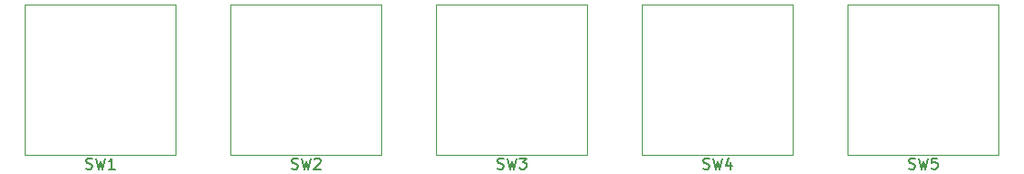
<source format=gbr>
%TF.GenerationSoftware,KiCad,Pcbnew,7.0.6*%
%TF.CreationDate,2023-10-13T04:00:25-07:00*%
%TF.ProjectId,SAL-FP_Keyboard,53414c2d-4650-45f4-9b65-79626f617264,A*%
%TF.SameCoordinates,PX8be9df0PY734a290*%
%TF.FileFunction,Legend,Top*%
%TF.FilePolarity,Positive*%
%FSLAX46Y46*%
G04 Gerber Fmt 4.6, Leading zero omitted, Abs format (unit mm)*
G04 Created by KiCad (PCBNEW 7.0.6) date 2023-10-13 04:00:25*
%MOMM*%
%LPD*%
G01*
G04 APERTURE LIST*
%ADD10C,0.150000*%
%ADD11C,0.120000*%
G04 APERTURE END LIST*
D10*
X-17233333Y-23281200D02*
X-17090476Y-23328819D01*
X-17090476Y-23328819D02*
X-16852381Y-23328819D01*
X-16852381Y-23328819D02*
X-16757143Y-23281200D01*
X-16757143Y-23281200D02*
X-16709524Y-23233580D01*
X-16709524Y-23233580D02*
X-16661905Y-23138342D01*
X-16661905Y-23138342D02*
X-16661905Y-23043104D01*
X-16661905Y-23043104D02*
X-16709524Y-22947866D01*
X-16709524Y-22947866D02*
X-16757143Y-22900247D01*
X-16757143Y-22900247D02*
X-16852381Y-22852628D01*
X-16852381Y-22852628D02*
X-17042857Y-22805009D01*
X-17042857Y-22805009D02*
X-17138095Y-22757390D01*
X-17138095Y-22757390D02*
X-17185714Y-22709771D01*
X-17185714Y-22709771D02*
X-17233333Y-22614533D01*
X-17233333Y-22614533D02*
X-17233333Y-22519295D01*
X-17233333Y-22519295D02*
X-17185714Y-22424057D01*
X-17185714Y-22424057D02*
X-17138095Y-22376438D01*
X-17138095Y-22376438D02*
X-17042857Y-22328819D01*
X-17042857Y-22328819D02*
X-16804762Y-22328819D01*
X-16804762Y-22328819D02*
X-16661905Y-22376438D01*
X-16328571Y-22328819D02*
X-16090476Y-23328819D01*
X-16090476Y-23328819D02*
X-15900000Y-22614533D01*
X-15900000Y-22614533D02*
X-15709524Y-23328819D01*
X-15709524Y-23328819D02*
X-15471428Y-22328819D01*
X-14614286Y-22328819D02*
X-15090476Y-22328819D01*
X-15090476Y-22328819D02*
X-15138095Y-22805009D01*
X-15138095Y-22805009D02*
X-15090476Y-22757390D01*
X-15090476Y-22757390D02*
X-14995238Y-22709771D01*
X-14995238Y-22709771D02*
X-14757143Y-22709771D01*
X-14757143Y-22709771D02*
X-14661905Y-22757390D01*
X-14661905Y-22757390D02*
X-14614286Y-22805009D01*
X-14614286Y-22805009D02*
X-14566667Y-22900247D01*
X-14566667Y-22900247D02*
X-14566667Y-23138342D01*
X-14566667Y-23138342D02*
X-14614286Y-23233580D01*
X-14614286Y-23233580D02*
X-14661905Y-23281200D01*
X-14661905Y-23281200D02*
X-14757143Y-23328819D01*
X-14757143Y-23328819D02*
X-14995238Y-23328819D01*
X-14995238Y-23328819D02*
X-15090476Y-23281200D01*
X-15090476Y-23281200D02*
X-15138095Y-23233580D01*
X-55333333Y-23281200D02*
X-55190476Y-23328819D01*
X-55190476Y-23328819D02*
X-54952381Y-23328819D01*
X-54952381Y-23328819D02*
X-54857143Y-23281200D01*
X-54857143Y-23281200D02*
X-54809524Y-23233580D01*
X-54809524Y-23233580D02*
X-54761905Y-23138342D01*
X-54761905Y-23138342D02*
X-54761905Y-23043104D01*
X-54761905Y-23043104D02*
X-54809524Y-22947866D01*
X-54809524Y-22947866D02*
X-54857143Y-22900247D01*
X-54857143Y-22900247D02*
X-54952381Y-22852628D01*
X-54952381Y-22852628D02*
X-55142857Y-22805009D01*
X-55142857Y-22805009D02*
X-55238095Y-22757390D01*
X-55238095Y-22757390D02*
X-55285714Y-22709771D01*
X-55285714Y-22709771D02*
X-55333333Y-22614533D01*
X-55333333Y-22614533D02*
X-55333333Y-22519295D01*
X-55333333Y-22519295D02*
X-55285714Y-22424057D01*
X-55285714Y-22424057D02*
X-55238095Y-22376438D01*
X-55238095Y-22376438D02*
X-55142857Y-22328819D01*
X-55142857Y-22328819D02*
X-54904762Y-22328819D01*
X-54904762Y-22328819D02*
X-54761905Y-22376438D01*
X-54428571Y-22328819D02*
X-54190476Y-23328819D01*
X-54190476Y-23328819D02*
X-54000000Y-22614533D01*
X-54000000Y-22614533D02*
X-53809524Y-23328819D01*
X-53809524Y-23328819D02*
X-53571428Y-22328819D01*
X-53285714Y-22328819D02*
X-52666667Y-22328819D01*
X-52666667Y-22328819D02*
X-53000000Y-22709771D01*
X-53000000Y-22709771D02*
X-52857143Y-22709771D01*
X-52857143Y-22709771D02*
X-52761905Y-22757390D01*
X-52761905Y-22757390D02*
X-52714286Y-22805009D01*
X-52714286Y-22805009D02*
X-52666667Y-22900247D01*
X-52666667Y-22900247D02*
X-52666667Y-23138342D01*
X-52666667Y-23138342D02*
X-52714286Y-23233580D01*
X-52714286Y-23233580D02*
X-52761905Y-23281200D01*
X-52761905Y-23281200D02*
X-52857143Y-23328819D01*
X-52857143Y-23328819D02*
X-53142857Y-23328819D01*
X-53142857Y-23328819D02*
X-53238095Y-23281200D01*
X-53238095Y-23281200D02*
X-53285714Y-23233580D01*
X-36283333Y-23281200D02*
X-36140476Y-23328819D01*
X-36140476Y-23328819D02*
X-35902381Y-23328819D01*
X-35902381Y-23328819D02*
X-35807143Y-23281200D01*
X-35807143Y-23281200D02*
X-35759524Y-23233580D01*
X-35759524Y-23233580D02*
X-35711905Y-23138342D01*
X-35711905Y-23138342D02*
X-35711905Y-23043104D01*
X-35711905Y-23043104D02*
X-35759524Y-22947866D01*
X-35759524Y-22947866D02*
X-35807143Y-22900247D01*
X-35807143Y-22900247D02*
X-35902381Y-22852628D01*
X-35902381Y-22852628D02*
X-36092857Y-22805009D01*
X-36092857Y-22805009D02*
X-36188095Y-22757390D01*
X-36188095Y-22757390D02*
X-36235714Y-22709771D01*
X-36235714Y-22709771D02*
X-36283333Y-22614533D01*
X-36283333Y-22614533D02*
X-36283333Y-22519295D01*
X-36283333Y-22519295D02*
X-36235714Y-22424057D01*
X-36235714Y-22424057D02*
X-36188095Y-22376438D01*
X-36188095Y-22376438D02*
X-36092857Y-22328819D01*
X-36092857Y-22328819D02*
X-35854762Y-22328819D01*
X-35854762Y-22328819D02*
X-35711905Y-22376438D01*
X-35378571Y-22328819D02*
X-35140476Y-23328819D01*
X-35140476Y-23328819D02*
X-34950000Y-22614533D01*
X-34950000Y-22614533D02*
X-34759524Y-23328819D01*
X-34759524Y-23328819D02*
X-34521428Y-22328819D01*
X-33711905Y-22662152D02*
X-33711905Y-23328819D01*
X-33950000Y-22281200D02*
X-34188095Y-22995485D01*
X-34188095Y-22995485D02*
X-33569048Y-22995485D01*
X-74383333Y-23281200D02*
X-74240476Y-23328819D01*
X-74240476Y-23328819D02*
X-74002381Y-23328819D01*
X-74002381Y-23328819D02*
X-73907143Y-23281200D01*
X-73907143Y-23281200D02*
X-73859524Y-23233580D01*
X-73859524Y-23233580D02*
X-73811905Y-23138342D01*
X-73811905Y-23138342D02*
X-73811905Y-23043104D01*
X-73811905Y-23043104D02*
X-73859524Y-22947866D01*
X-73859524Y-22947866D02*
X-73907143Y-22900247D01*
X-73907143Y-22900247D02*
X-74002381Y-22852628D01*
X-74002381Y-22852628D02*
X-74192857Y-22805009D01*
X-74192857Y-22805009D02*
X-74288095Y-22757390D01*
X-74288095Y-22757390D02*
X-74335714Y-22709771D01*
X-74335714Y-22709771D02*
X-74383333Y-22614533D01*
X-74383333Y-22614533D02*
X-74383333Y-22519295D01*
X-74383333Y-22519295D02*
X-74335714Y-22424057D01*
X-74335714Y-22424057D02*
X-74288095Y-22376438D01*
X-74288095Y-22376438D02*
X-74192857Y-22328819D01*
X-74192857Y-22328819D02*
X-73954762Y-22328819D01*
X-73954762Y-22328819D02*
X-73811905Y-22376438D01*
X-73478571Y-22328819D02*
X-73240476Y-23328819D01*
X-73240476Y-23328819D02*
X-73050000Y-22614533D01*
X-73050000Y-22614533D02*
X-72859524Y-23328819D01*
X-72859524Y-23328819D02*
X-72621428Y-22328819D01*
X-72288095Y-22424057D02*
X-72240476Y-22376438D01*
X-72240476Y-22376438D02*
X-72145238Y-22328819D01*
X-72145238Y-22328819D02*
X-71907143Y-22328819D01*
X-71907143Y-22328819D02*
X-71811905Y-22376438D01*
X-71811905Y-22376438D02*
X-71764286Y-22424057D01*
X-71764286Y-22424057D02*
X-71716667Y-22519295D01*
X-71716667Y-22519295D02*
X-71716667Y-22614533D01*
X-71716667Y-22614533D02*
X-71764286Y-22757390D01*
X-71764286Y-22757390D02*
X-72335714Y-23328819D01*
X-72335714Y-23328819D02*
X-71716667Y-23328819D01*
X-93433333Y-23281200D02*
X-93290476Y-23328819D01*
X-93290476Y-23328819D02*
X-93052381Y-23328819D01*
X-93052381Y-23328819D02*
X-92957143Y-23281200D01*
X-92957143Y-23281200D02*
X-92909524Y-23233580D01*
X-92909524Y-23233580D02*
X-92861905Y-23138342D01*
X-92861905Y-23138342D02*
X-92861905Y-23043104D01*
X-92861905Y-23043104D02*
X-92909524Y-22947866D01*
X-92909524Y-22947866D02*
X-92957143Y-22900247D01*
X-92957143Y-22900247D02*
X-93052381Y-22852628D01*
X-93052381Y-22852628D02*
X-93242857Y-22805009D01*
X-93242857Y-22805009D02*
X-93338095Y-22757390D01*
X-93338095Y-22757390D02*
X-93385714Y-22709771D01*
X-93385714Y-22709771D02*
X-93433333Y-22614533D01*
X-93433333Y-22614533D02*
X-93433333Y-22519295D01*
X-93433333Y-22519295D02*
X-93385714Y-22424057D01*
X-93385714Y-22424057D02*
X-93338095Y-22376438D01*
X-93338095Y-22376438D02*
X-93242857Y-22328819D01*
X-93242857Y-22328819D02*
X-93004762Y-22328819D01*
X-93004762Y-22328819D02*
X-92861905Y-22376438D01*
X-92528571Y-22328819D02*
X-92290476Y-23328819D01*
X-92290476Y-23328819D02*
X-92100000Y-22614533D01*
X-92100000Y-22614533D02*
X-91909524Y-23328819D01*
X-91909524Y-23328819D02*
X-91671428Y-22328819D01*
X-90766667Y-23328819D02*
X-91338095Y-23328819D01*
X-91052381Y-23328819D02*
X-91052381Y-22328819D01*
X-91052381Y-22328819D02*
X-91147619Y-22471676D01*
X-91147619Y-22471676D02*
X-91242857Y-22566914D01*
X-91242857Y-22566914D02*
X-91338095Y-22614533D01*
D11*
%TO.C,SW5*%
X-22885000Y-8015000D02*
X-8915000Y-8015000D01*
X-22885000Y-21985000D02*
X-22885000Y-8015000D01*
X-8915000Y-8015000D02*
X-8915000Y-21985000D01*
X-8915000Y-21985000D02*
X-22885000Y-21985000D01*
%TO.C,SW3*%
X-47015000Y-21985000D02*
X-60985000Y-21985000D01*
X-47015000Y-8015000D02*
X-47015000Y-21985000D01*
X-60985000Y-21985000D02*
X-60985000Y-8015000D01*
X-60985000Y-8015000D02*
X-47015000Y-8015000D01*
%TO.C,SW4*%
X-27965000Y-21985000D02*
X-41935000Y-21985000D01*
X-27965000Y-8015000D02*
X-27965000Y-21985000D01*
X-41935000Y-21985000D02*
X-41935000Y-8015000D01*
X-41935000Y-8015000D02*
X-27965000Y-8015000D01*
%TO.C,SW2*%
X-66065000Y-21985000D02*
X-80035000Y-21985000D01*
X-66065000Y-8015000D02*
X-66065000Y-21985000D01*
X-80035000Y-21985000D02*
X-80035000Y-8015000D01*
X-80035000Y-8015000D02*
X-66065000Y-8015000D01*
%TO.C,SW1*%
X-85115000Y-21985000D02*
X-99085000Y-21985000D01*
X-85115000Y-8015000D02*
X-85115000Y-21985000D01*
X-99085000Y-21985000D02*
X-99085000Y-8015000D01*
X-99085000Y-8015000D02*
X-85115000Y-8015000D01*
%TD*%
M02*

</source>
